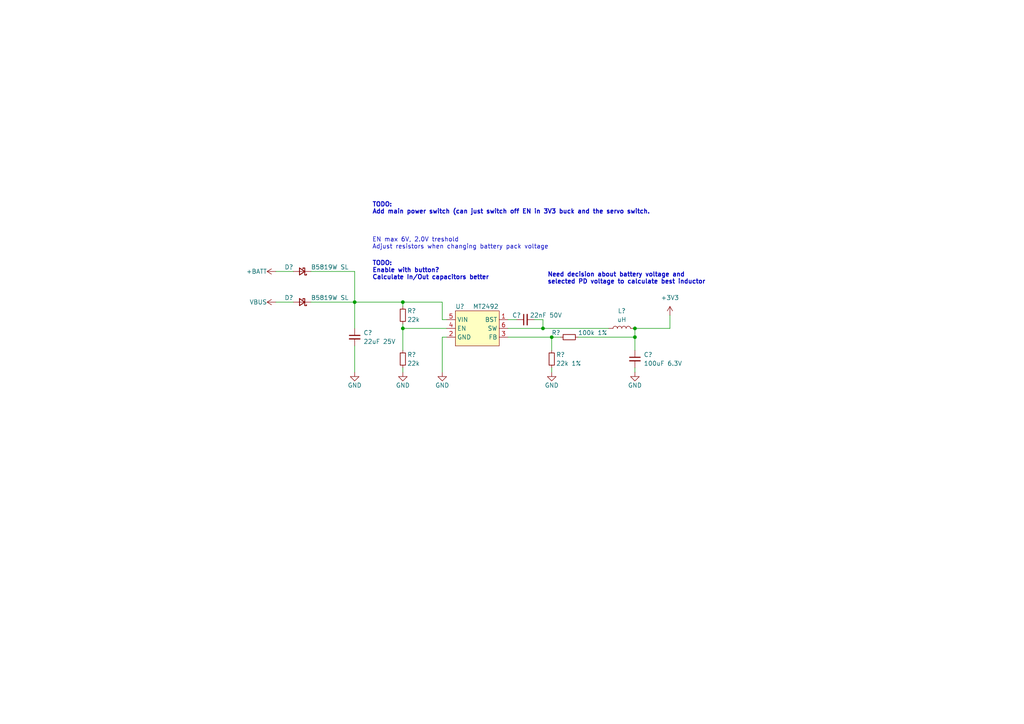
<source format=kicad_sch>
(kicad_sch (version 20211123) (generator eeschema)

  (uuid ba9e0d9b-8297-4111-b59d-8e8a680290ca)

  (paper "A4")

  (lib_symbols
    (symbol "Device:C_Small" (pin_numbers hide) (pin_names (offset 0.254) hide) (in_bom yes) (on_board yes)
      (property "Reference" "C" (id 0) (at 0.254 1.778 0)
        (effects (font (size 1.27 1.27)) (justify left))
      )
      (property "Value" "C_Small" (id 1) (at 0.254 -2.032 0)
        (effects (font (size 1.27 1.27)) (justify left))
      )
      (property "Footprint" "" (id 2) (at 0 0 0)
        (effects (font (size 1.27 1.27)) hide)
      )
      (property "Datasheet" "~" (id 3) (at 0 0 0)
        (effects (font (size 1.27 1.27)) hide)
      )
      (property "ki_keywords" "capacitor cap" (id 4) (at 0 0 0)
        (effects (font (size 1.27 1.27)) hide)
      )
      (property "ki_description" "Unpolarized capacitor, small symbol" (id 5) (at 0 0 0)
        (effects (font (size 1.27 1.27)) hide)
      )
      (property "ki_fp_filters" "C_*" (id 6) (at 0 0 0)
        (effects (font (size 1.27 1.27)) hide)
      )
      (symbol "C_Small_0_1"
        (polyline
          (pts
            (xy -1.524 -0.508)
            (xy 1.524 -0.508)
          )
          (stroke (width 0.3302) (type default) (color 0 0 0 0))
          (fill (type none))
        )
        (polyline
          (pts
            (xy -1.524 0.508)
            (xy 1.524 0.508)
          )
          (stroke (width 0.3048) (type default) (color 0 0 0 0))
          (fill (type none))
        )
      )
      (symbol "C_Small_1_1"
        (pin passive line (at 0 2.54 270) (length 2.032)
          (name "~" (effects (font (size 1.27 1.27))))
          (number "1" (effects (font (size 1.27 1.27))))
        )
        (pin passive line (at 0 -2.54 90) (length 2.032)
          (name "~" (effects (font (size 1.27 1.27))))
          (number "2" (effects (font (size 1.27 1.27))))
        )
      )
    )
    (symbol "Device:D_Schottky_Small" (pin_numbers hide) (pin_names (offset 0.254) hide) (in_bom yes) (on_board yes)
      (property "Reference" "D" (id 0) (at -1.27 2.032 0)
        (effects (font (size 1.27 1.27)) (justify left))
      )
      (property "Value" "D_Schottky_Small" (id 1) (at -7.112 -2.032 0)
        (effects (font (size 1.27 1.27)) (justify left))
      )
      (property "Footprint" "" (id 2) (at 0 0 90)
        (effects (font (size 1.27 1.27)) hide)
      )
      (property "Datasheet" "~" (id 3) (at 0 0 90)
        (effects (font (size 1.27 1.27)) hide)
      )
      (property "ki_keywords" "diode Schottky" (id 4) (at 0 0 0)
        (effects (font (size 1.27 1.27)) hide)
      )
      (property "ki_description" "Schottky diode, small symbol" (id 5) (at 0 0 0)
        (effects (font (size 1.27 1.27)) hide)
      )
      (property "ki_fp_filters" "TO-???* *_Diode_* *SingleDiode* D_*" (id 6) (at 0 0 0)
        (effects (font (size 1.27 1.27)) hide)
      )
      (symbol "D_Schottky_Small_0_1"
        (polyline
          (pts
            (xy -0.762 0)
            (xy 0.762 0)
          )
          (stroke (width 0) (type default) (color 0 0 0 0))
          (fill (type none))
        )
        (polyline
          (pts
            (xy 0.762 -1.016)
            (xy -0.762 0)
            (xy 0.762 1.016)
            (xy 0.762 -1.016)
          )
          (stroke (width 0.254) (type default) (color 0 0 0 0))
          (fill (type none))
        )
        (polyline
          (pts
            (xy -1.27 0.762)
            (xy -1.27 1.016)
            (xy -0.762 1.016)
            (xy -0.762 -1.016)
            (xy -0.254 -1.016)
            (xy -0.254 -0.762)
          )
          (stroke (width 0.254) (type default) (color 0 0 0 0))
          (fill (type none))
        )
      )
      (symbol "D_Schottky_Small_1_1"
        (pin passive line (at -2.54 0 0) (length 1.778)
          (name "K" (effects (font (size 1.27 1.27))))
          (number "1" (effects (font (size 1.27 1.27))))
        )
        (pin passive line (at 2.54 0 180) (length 1.778)
          (name "A" (effects (font (size 1.27 1.27))))
          (number "2" (effects (font (size 1.27 1.27))))
        )
      )
    )
    (symbol "Device:L" (pin_numbers hide) (pin_names (offset 1.016) hide) (in_bom yes) (on_board yes)
      (property "Reference" "L" (id 0) (at -1.27 0 90)
        (effects (font (size 1.27 1.27)))
      )
      (property "Value" "L" (id 1) (at 1.905 0 90)
        (effects (font (size 1.27 1.27)))
      )
      (property "Footprint" "" (id 2) (at 0 0 0)
        (effects (font (size 1.27 1.27)) hide)
      )
      (property "Datasheet" "~" (id 3) (at 0 0 0)
        (effects (font (size 1.27 1.27)) hide)
      )
      (property "ki_keywords" "inductor choke coil reactor magnetic" (id 4) (at 0 0 0)
        (effects (font (size 1.27 1.27)) hide)
      )
      (property "ki_description" "Inductor" (id 5) (at 0 0 0)
        (effects (font (size 1.27 1.27)) hide)
      )
      (property "ki_fp_filters" "Choke_* *Coil* Inductor_* L_*" (id 6) (at 0 0 0)
        (effects (font (size 1.27 1.27)) hide)
      )
      (symbol "L_0_1"
        (arc (start 0 -2.54) (mid 0.635 -1.905) (end 0 -1.27)
          (stroke (width 0) (type default) (color 0 0 0 0))
          (fill (type none))
        )
        (arc (start 0 -1.27) (mid 0.635 -0.635) (end 0 0)
          (stroke (width 0) (type default) (color 0 0 0 0))
          (fill (type none))
        )
        (arc (start 0 0) (mid 0.635 0.635) (end 0 1.27)
          (stroke (width 0) (type default) (color 0 0 0 0))
          (fill (type none))
        )
        (arc (start 0 1.27) (mid 0.635 1.905) (end 0 2.54)
          (stroke (width 0) (type default) (color 0 0 0 0))
          (fill (type none))
        )
      )
      (symbol "L_1_1"
        (pin passive line (at 0 3.81 270) (length 1.27)
          (name "1" (effects (font (size 1.27 1.27))))
          (number "1" (effects (font (size 1.27 1.27))))
        )
        (pin passive line (at 0 -3.81 90) (length 1.27)
          (name "2" (effects (font (size 1.27 1.27))))
          (number "2" (effects (font (size 1.27 1.27))))
        )
      )
    )
    (symbol "Device:R_Small" (pin_numbers hide) (pin_names (offset 0.254) hide) (in_bom yes) (on_board yes)
      (property "Reference" "R" (id 0) (at 0.762 0.508 0)
        (effects (font (size 1.27 1.27)) (justify left))
      )
      (property "Value" "R_Small" (id 1) (at 0.762 -1.016 0)
        (effects (font (size 1.27 1.27)) (justify left))
      )
      (property "Footprint" "" (id 2) (at 0 0 0)
        (effects (font (size 1.27 1.27)) hide)
      )
      (property "Datasheet" "~" (id 3) (at 0 0 0)
        (effects (font (size 1.27 1.27)) hide)
      )
      (property "ki_keywords" "R resistor" (id 4) (at 0 0 0)
        (effects (font (size 1.27 1.27)) hide)
      )
      (property "ki_description" "Resistor, small symbol" (id 5) (at 0 0 0)
        (effects (font (size 1.27 1.27)) hide)
      )
      (property "ki_fp_filters" "R_*" (id 6) (at 0 0 0)
        (effects (font (size 1.27 1.27)) hide)
      )
      (symbol "R_Small_0_1"
        (rectangle (start -0.762 1.778) (end 0.762 -1.778)
          (stroke (width 0.2032) (type default) (color 0 0 0 0))
          (fill (type none))
        )
      )
      (symbol "R_Small_1_1"
        (pin passive line (at 0 2.54 270) (length 0.762)
          (name "~" (effects (font (size 1.27 1.27))))
          (number "1" (effects (font (size 1.27 1.27))))
        )
        (pin passive line (at 0 -2.54 90) (length 0.762)
          (name "~" (effects (font (size 1.27 1.27))))
          (number "2" (effects (font (size 1.27 1.27))))
        )
      )
    )
    (symbol "MaxTailsLibrary:MT2492" (in_bom yes) (on_board yes)
      (property "Reference" "U" (id 0) (at -6.35 7.62 0)
        (effects (font (size 1.27 1.27)) (justify left))
      )
      (property "Value" "MT2492" (id 1) (at -1.27 7.62 0)
        (effects (font (size 1.27 1.27)) (justify left))
      )
      (property "Footprint" "Package_TO_SOT_SMD:SOT-23-6" (id 2) (at 0 0 0)
        (effects (font (size 1.27 1.27)) hide)
      )
      (property "Datasheet" "https://datasheet.lcsc.com/lcsc/1810262207_XI-AN-Aerosemi-Tech-MT2492_C89358.pdf" (id 3) (at 0 0 0)
        (effects (font (size 1.27 1.27)) hide)
      )
      (property "LCSC" "C89358" (id 4) (at 0 0 0)
        (effects (font (size 1.27 1.27)) hide)
      )
      (property "ki_keywords" "Synchronous Step-Down DCDC DC/DC 2A 16V 600KHz Converter Buck" (id 5) (at 0 0 0)
        (effects (font (size 1.27 1.27)) hide)
      )
      (property "ki_description" "600KHz, 16V，2A Synchronous Step-Down Converter" (id 6) (at 0 0 0)
        (effects (font (size 1.27 1.27)) hide)
      )
      (symbol "MT2492_0_1"
        (rectangle (start -6.35 6.35) (end 6.35 -3.81)
          (stroke (width 0.1524) (type default) (color 0 0 0 0))
          (fill (type background))
        )
      )
      (symbol "MT2492_1_1"
        (pin passive line (at 8.89 3.81 180) (length 2.54)
          (name "BST" (effects (font (size 1.27 1.27))))
          (number "1" (effects (font (size 1.27 1.27))))
        )
        (pin power_in line (at -8.89 -1.27 0) (length 2.54)
          (name "GND" (effects (font (size 1.27 1.27))))
          (number "2" (effects (font (size 1.27 1.27))))
        )
        (pin input line (at 8.89 -1.27 180) (length 2.54)
          (name "FB" (effects (font (size 1.27 1.27))))
          (number "3" (effects (font (size 1.27 1.27))))
        )
        (pin input line (at -8.89 1.27 0) (length 2.54)
          (name "EN" (effects (font (size 1.27 1.27))))
          (number "4" (effects (font (size 1.27 1.27))))
        )
        (pin power_in line (at -8.89 3.81 0) (length 2.54)
          (name "VIN" (effects (font (size 1.27 1.27))))
          (number "5" (effects (font (size 1.27 1.27))))
        )
        (pin power_out line (at 8.89 1.27 180) (length 2.54)
          (name "SW" (effects (font (size 1.27 1.27))))
          (number "6" (effects (font (size 1.27 1.27))))
        )
      )
    )
    (symbol "power:+3V3" (power) (pin_names (offset 0)) (in_bom yes) (on_board yes)
      (property "Reference" "#PWR" (id 0) (at 0 -3.81 0)
        (effects (font (size 1.27 1.27)) hide)
      )
      (property "Value" "+3V3" (id 1) (at 0 3.556 0)
        (effects (font (size 1.27 1.27)))
      )
      (property "Footprint" "" (id 2) (at 0 0 0)
        (effects (font (size 1.27 1.27)) hide)
      )
      (property "Datasheet" "" (id 3) (at 0 0 0)
        (effects (font (size 1.27 1.27)) hide)
      )
      (property "ki_keywords" "power-flag" (id 4) (at 0 0 0)
        (effects (font (size 1.27 1.27)) hide)
      )
      (property "ki_description" "Power symbol creates a global label with name \"+3V3\"" (id 5) (at 0 0 0)
        (effects (font (size 1.27 1.27)) hide)
      )
      (symbol "+3V3_0_1"
        (polyline
          (pts
            (xy -0.762 1.27)
            (xy 0 2.54)
          )
          (stroke (width 0) (type default) (color 0 0 0 0))
          (fill (type none))
        )
        (polyline
          (pts
            (xy 0 0)
            (xy 0 2.54)
          )
          (stroke (width 0) (type default) (color 0 0 0 0))
          (fill (type none))
        )
        (polyline
          (pts
            (xy 0 2.54)
            (xy 0.762 1.27)
          )
          (stroke (width 0) (type default) (color 0 0 0 0))
          (fill (type none))
        )
      )
      (symbol "+3V3_1_1"
        (pin power_in line (at 0 0 90) (length 0) hide
          (name "+3V3" (effects (font (size 1.27 1.27))))
          (number "1" (effects (font (size 1.27 1.27))))
        )
      )
    )
    (symbol "power:+BATT" (power) (pin_names (offset 0)) (in_bom yes) (on_board yes)
      (property "Reference" "#PWR" (id 0) (at 0 -3.81 0)
        (effects (font (size 1.27 1.27)) hide)
      )
      (property "Value" "+BATT" (id 1) (at 0 3.556 0)
        (effects (font (size 1.27 1.27)))
      )
      (property "Footprint" "" (id 2) (at 0 0 0)
        (effects (font (size 1.27 1.27)) hide)
      )
      (property "Datasheet" "" (id 3) (at 0 0 0)
        (effects (font (size 1.27 1.27)) hide)
      )
      (property "ki_keywords" "power-flag battery" (id 4) (at 0 0 0)
        (effects (font (size 1.27 1.27)) hide)
      )
      (property "ki_description" "Power symbol creates a global label with name \"+BATT\"" (id 5) (at 0 0 0)
        (effects (font (size 1.27 1.27)) hide)
      )
      (symbol "+BATT_0_1"
        (polyline
          (pts
            (xy -0.762 1.27)
            (xy 0 2.54)
          )
          (stroke (width 0) (type default) (color 0 0 0 0))
          (fill (type none))
        )
        (polyline
          (pts
            (xy 0 0)
            (xy 0 2.54)
          )
          (stroke (width 0) (type default) (color 0 0 0 0))
          (fill (type none))
        )
        (polyline
          (pts
            (xy 0 2.54)
            (xy 0.762 1.27)
          )
          (stroke (width 0) (type default) (color 0 0 0 0))
          (fill (type none))
        )
      )
      (symbol "+BATT_1_1"
        (pin power_in line (at 0 0 90) (length 0) hide
          (name "+BATT" (effects (font (size 1.27 1.27))))
          (number "1" (effects (font (size 1.27 1.27))))
        )
      )
    )
    (symbol "power:GND" (power) (pin_names (offset 0)) (in_bom yes) (on_board yes)
      (property "Reference" "#PWR" (id 0) (at 0 -6.35 0)
        (effects (font (size 1.27 1.27)) hide)
      )
      (property "Value" "GND" (id 1) (at 0 -3.81 0)
        (effects (font (size 1.27 1.27)))
      )
      (property "Footprint" "" (id 2) (at 0 0 0)
        (effects (font (size 1.27 1.27)) hide)
      )
      (property "Datasheet" "" (id 3) (at 0 0 0)
        (effects (font (size 1.27 1.27)) hide)
      )
      (property "ki_keywords" "power-flag" (id 4) (at 0 0 0)
        (effects (font (size 1.27 1.27)) hide)
      )
      (property "ki_description" "Power symbol creates a global label with name \"GND\" , ground" (id 5) (at 0 0 0)
        (effects (font (size 1.27 1.27)) hide)
      )
      (symbol "GND_0_1"
        (polyline
          (pts
            (xy 0 0)
            (xy 0 -1.27)
            (xy 1.27 -1.27)
            (xy 0 -2.54)
            (xy -1.27 -1.27)
            (xy 0 -1.27)
          )
          (stroke (width 0) (type default) (color 0 0 0 0))
          (fill (type none))
        )
      )
      (symbol "GND_1_1"
        (pin power_in line (at 0 0 270) (length 0) hide
          (name "GND" (effects (font (size 1.27 1.27))))
          (number "1" (effects (font (size 1.27 1.27))))
        )
      )
    )
    (symbol "power:VBUS" (power) (pin_names (offset 0)) (in_bom yes) (on_board yes)
      (property "Reference" "#PWR" (id 0) (at 0 -3.81 0)
        (effects (font (size 1.27 1.27)) hide)
      )
      (property "Value" "VBUS" (id 1) (at 0 3.81 0)
        (effects (font (size 1.27 1.27)))
      )
      (property "Footprint" "" (id 2) (at 0 0 0)
        (effects (font (size 1.27 1.27)) hide)
      )
      (property "Datasheet" "" (id 3) (at 0 0 0)
        (effects (font (size 1.27 1.27)) hide)
      )
      (property "ki_keywords" "power-flag" (id 4) (at 0 0 0)
        (effects (font (size 1.27 1.27)) hide)
      )
      (property "ki_description" "Power symbol creates a global label with name \"VBUS\"" (id 5) (at 0 0 0)
        (effects (font (size 1.27 1.27)) hide)
      )
      (symbol "VBUS_0_1"
        (polyline
          (pts
            (xy -0.762 1.27)
            (xy 0 2.54)
          )
          (stroke (width 0) (type default) (color 0 0 0 0))
          (fill (type none))
        )
        (polyline
          (pts
            (xy 0 0)
            (xy 0 2.54)
          )
          (stroke (width 0) (type default) (color 0 0 0 0))
          (fill (type none))
        )
        (polyline
          (pts
            (xy 0 2.54)
            (xy 0.762 1.27)
          )
          (stroke (width 0) (type default) (color 0 0 0 0))
          (fill (type none))
        )
      )
      (symbol "VBUS_1_1"
        (pin power_in line (at 0 0 90) (length 0) hide
          (name "VBUS" (effects (font (size 1.27 1.27))))
          (number "1" (effects (font (size 1.27 1.27))))
        )
      )
    )
  )

  (junction (at 116.84 95.25) (diameter 0) (color 0 0 0 0)
    (uuid 064344b8-ea8b-4a3f-b44a-00edc67e6437)
  )
  (junction (at 116.84 87.63) (diameter 0) (color 0 0 0 0)
    (uuid 222e311c-30c5-4776-8d9e-d0cc5e29e3ab)
  )
  (junction (at 160.02 97.79) (diameter 0) (color 0 0 0 0)
    (uuid 37e22467-9618-49f7-b600-e9ff280dd419)
  )
  (junction (at 184.15 97.79) (diameter 0) (color 0 0 0 0)
    (uuid 49e04318-78fd-40f1-89c2-021cc42ea6cf)
  )
  (junction (at 184.15 95.25) (diameter 0) (color 0 0 0 0)
    (uuid b410e0c0-dafb-499f-bdd8-a926ada7c965)
  )
  (junction (at 157.48 95.25) (diameter 0) (color 0 0 0 0)
    (uuid b9342a98-aec7-466a-8173-66033f154913)
  )
  (junction (at 102.87 87.63) (diameter 0) (color 0 0 0 0)
    (uuid d71c350d-85b1-47ad-8fae-6213da90d5bf)
  )

  (wire (pts (xy 157.48 92.71) (xy 157.48 95.25))
    (stroke (width 0) (type default) (color 0 0 0 0))
    (uuid 04e98d9a-497b-4ae9-b38e-ab317b90f079)
  )
  (wire (pts (xy 116.84 95.25) (xy 116.84 101.6))
    (stroke (width 0) (type default) (color 0 0 0 0))
    (uuid 128562df-8950-4ba6-ba52-574a5c126539)
  )
  (wire (pts (xy 160.02 97.79) (xy 162.56 97.79))
    (stroke (width 0) (type default) (color 0 0 0 0))
    (uuid 18d776cc-d4a9-41dd-9529-57fb3f9e7f1c)
  )
  (wire (pts (xy 90.17 87.63) (xy 102.87 87.63))
    (stroke (width 0) (type default) (color 0 0 0 0))
    (uuid 1a9c8116-13b8-43f6-8cde-a8eba1ff1fab)
  )
  (wire (pts (xy 80.01 78.74) (xy 85.09 78.74))
    (stroke (width 0) (type default) (color 0 0 0 0))
    (uuid 1be3384f-b83f-4eef-be13-f8f8523823de)
  )
  (wire (pts (xy 184.15 106.68) (xy 184.15 107.95))
    (stroke (width 0) (type default) (color 0 0 0 0))
    (uuid 260261f9-13ad-4e71-9e4e-aef00f740364)
  )
  (wire (pts (xy 116.84 87.63) (xy 116.84 88.9))
    (stroke (width 0) (type default) (color 0 0 0 0))
    (uuid 34113a51-6b89-4fff-9e87-fab649885e39)
  )
  (wire (pts (xy 167.64 97.79) (xy 184.15 97.79))
    (stroke (width 0) (type default) (color 0 0 0 0))
    (uuid 3d1889a4-fd2c-4bdc-bcd7-319420cc6574)
  )
  (wire (pts (xy 102.87 78.74) (xy 102.87 87.63))
    (stroke (width 0) (type default) (color 0 0 0 0))
    (uuid 3d3019cf-9e34-4165-8359-93b6b9278218)
  )
  (wire (pts (xy 116.84 106.68) (xy 116.84 107.95))
    (stroke (width 0) (type default) (color 0 0 0 0))
    (uuid 3fdc93fe-a4a9-4580-9e19-08771b6699f1)
  )
  (wire (pts (xy 116.84 87.63) (xy 128.27 87.63))
    (stroke (width 0) (type default) (color 0 0 0 0))
    (uuid 4b66eae6-6b77-4232-ac1a-5b94ec0c899f)
  )
  (wire (pts (xy 160.02 97.79) (xy 160.02 101.6))
    (stroke (width 0) (type default) (color 0 0 0 0))
    (uuid 4b939c3d-f7de-4004-bd62-b3e12b18c8b8)
  )
  (wire (pts (xy 116.84 95.25) (xy 129.54 95.25))
    (stroke (width 0) (type default) (color 0 0 0 0))
    (uuid 6275fefd-b025-45f5-b61f-77d2c1208353)
  )
  (wire (pts (xy 147.32 95.25) (xy 157.48 95.25))
    (stroke (width 0) (type default) (color 0 0 0 0))
    (uuid 6c397e69-7e1f-4e80-ab0a-29a68ea28c83)
  )
  (wire (pts (xy 128.27 97.79) (xy 129.54 97.79))
    (stroke (width 0) (type default) (color 0 0 0 0))
    (uuid 6cb6d7f3-8890-4373-8882-f7d022db2c1c)
  )
  (wire (pts (xy 116.84 93.98) (xy 116.84 95.25))
    (stroke (width 0) (type default) (color 0 0 0 0))
    (uuid 719fabcb-e461-4378-aec6-e50f0808ffff)
  )
  (wire (pts (xy 147.32 97.79) (xy 160.02 97.79))
    (stroke (width 0) (type default) (color 0 0 0 0))
    (uuid 763988b0-09cd-4402-9643-165c91e3860e)
  )
  (wire (pts (xy 154.94 92.71) (xy 157.48 92.71))
    (stroke (width 0) (type default) (color 0 0 0 0))
    (uuid 8073ac38-7a8d-47fc-a39c-a4fc4493e023)
  )
  (wire (pts (xy 90.17 78.74) (xy 102.87 78.74))
    (stroke (width 0) (type default) (color 0 0 0 0))
    (uuid 851f7870-347e-4f99-88d9-f4c8515b8fb8)
  )
  (wire (pts (xy 184.15 97.79) (xy 184.15 101.6))
    (stroke (width 0) (type default) (color 0 0 0 0))
    (uuid 8c9622fa-0668-408d-ba83-bb0d37383bc6)
  )
  (wire (pts (xy 160.02 106.68) (xy 160.02 107.95))
    (stroke (width 0) (type default) (color 0 0 0 0))
    (uuid 8e238df9-0ea2-451f-80ac-a75cdf5a8126)
  )
  (wire (pts (xy 147.32 92.71) (xy 149.86 92.71))
    (stroke (width 0) (type default) (color 0 0 0 0))
    (uuid 8ffe726c-1afc-403a-8b30-a880999b7930)
  )
  (wire (pts (xy 194.31 91.44) (xy 194.31 95.25))
    (stroke (width 0) (type default) (color 0 0 0 0))
    (uuid 9ac541e1-a7c4-4a31-a070-d8e036b1e07f)
  )
  (wire (pts (xy 80.01 87.63) (xy 85.09 87.63))
    (stroke (width 0) (type default) (color 0 0 0 0))
    (uuid 9df7e6e7-7626-42a3-afe8-ca495ee57c25)
  )
  (wire (pts (xy 102.87 87.63) (xy 116.84 87.63))
    (stroke (width 0) (type default) (color 0 0 0 0))
    (uuid a631f32b-9e04-4017-9acd-45a491e6aacb)
  )
  (wire (pts (xy 157.48 95.25) (xy 176.53 95.25))
    (stroke (width 0) (type default) (color 0 0 0 0))
    (uuid aecbea4a-01f5-412a-a760-5b08ea0a24ff)
  )
  (wire (pts (xy 128.27 92.71) (xy 128.27 87.63))
    (stroke (width 0) (type default) (color 0 0 0 0))
    (uuid b4a5f495-caa6-4e6c-b2cb-5f8451173f19)
  )
  (wire (pts (xy 184.15 95.25) (xy 194.31 95.25))
    (stroke (width 0) (type default) (color 0 0 0 0))
    (uuid baa19339-90f3-4bbd-a1c6-d5d612235b81)
  )
  (wire (pts (xy 102.87 87.63) (xy 102.87 95.25))
    (stroke (width 0) (type default) (color 0 0 0 0))
    (uuid c53f32da-5f0b-4a2f-9c1c-2dc081cc4608)
  )
  (wire (pts (xy 102.87 100.33) (xy 102.87 107.95))
    (stroke (width 0) (type default) (color 0 0 0 0))
    (uuid e232a3d4-8d34-4998-9d36-6493e227e525)
  )
  (wire (pts (xy 128.27 97.79) (xy 128.27 107.95))
    (stroke (width 0) (type default) (color 0 0 0 0))
    (uuid e273dadf-cb39-4d96-8808-72174b637b87)
  )
  (wire (pts (xy 128.27 92.71) (xy 129.54 92.71))
    (stroke (width 0) (type default) (color 0 0 0 0))
    (uuid eeb4ec8b-ed5b-4190-ba99-38ef22b25b39)
  )
  (wire (pts (xy 184.15 97.79) (xy 184.15 95.25))
    (stroke (width 0) (type default) (color 0 0 0 0))
    (uuid f2fe356e-f677-4955-b918-f463851ae677)
  )

  (text "TODO:\nEnable with button?\nCalculate In/Out capacitors better"
    (at 107.95 81.28 0)
    (effects (font (size 1.27 1.27) (thickness 0.254) bold) (justify left bottom))
    (uuid 0b60037e-753f-481f-b01f-3147d2eadba8)
  )
  (text "EN max 6V, 2.0V treshold\nAdjust resistors when changing battery pack voltage"
    (at 107.95 72.39 0)
    (effects (font (size 1.27 1.27)) (justify left bottom))
    (uuid 91a3224e-3bfe-48d9-b488-e508e6b83487)
  )
  (text "TODO:\nAdd main power switch (can just switch off EN in 3V3 buck and the servo switch."
    (at 107.95 62.23 0)
    (effects (font (size 1.27 1.27) (thickness 0.254) bold) (justify left bottom))
    (uuid a0ad0b03-0e3d-410b-8611-9f5354b0c2e1)
  )
  (text "Need decision about battery voltage and\nselected PD voltage to calculate best inductor"
    (at 158.75 82.55 0)
    (effects (font (size 1.27 1.27) (thickness 0.254) bold) (justify left bottom))
    (uuid e5dd550d-09fe-4b0d-8958-f466c19eb79c)
  )

  (symbol (lib_id "power:GND") (at 128.27 107.95 0) (unit 1)
    (in_bom yes) (on_board yes)
    (uuid 030b4b86-2ec0-4ed5-b867-12587c41d7ab)
    (property "Reference" "#PWR?" (id 0) (at 128.27 114.3 0)
      (effects (font (size 1.27 1.27)) hide)
    )
    (property "Value" "GND" (id 1) (at 128.27 111.76 0))
    (property "Footprint" "" (id 2) (at 128.27 107.95 0)
      (effects (font (size 1.27 1.27)) hide)
    )
    (property "Datasheet" "" (id 3) (at 128.27 107.95 0)
      (effects (font (size 1.27 1.27)) hide)
    )
    (pin "1" (uuid 4a861371-2345-4351-a6bc-38e89e5fec0e))
  )

  (symbol (lib_id "Device:R_Small") (at 116.84 91.44 0) (unit 1)
    (in_bom yes) (on_board yes)
    (uuid 1c10c77e-3b1a-49ed-a64c-e19d2b1c4194)
    (property "Reference" "R?" (id 0) (at 118.11 90.17 0)
      (effects (font (size 1.27 1.27)) (justify left))
    )
    (property "Value" "22k" (id 1) (at 118.11 92.71 0)
      (effects (font (size 1.27 1.27)) (justify left))
    )
    (property "Footprint" "Resistor_SMD:R_0402_1005Metric" (id 2) (at 116.84 91.44 0)
      (effects (font (size 1.27 1.27)) hide)
    )
    (property "Datasheet" "~" (id 3) (at 116.84 91.44 0)
      (effects (font (size 1.27 1.27)) hide)
    )
    (property "LCSC" "C25768" (id 4) (at 116.84 91.44 0)
      (effects (font (size 1.27 1.27)) hide)
    )
    (pin "1" (uuid 3036174f-c1c4-438f-8bac-7618655b4fe8))
    (pin "2" (uuid 14e8ef4d-f8e6-4b5c-8012-e032d5f7ed9b))
  )

  (symbol (lib_id "Device:C_Small") (at 102.87 97.79 0) (unit 1)
    (in_bom yes) (on_board yes) (fields_autoplaced)
    (uuid 213fbae2-78ce-490b-b80a-9b8e6d9efbcf)
    (property "Reference" "C?" (id 0) (at 105.41 96.5262 0)
      (effects (font (size 1.27 1.27)) (justify left))
    )
    (property "Value" "22uF 25V" (id 1) (at 105.41 99.0662 0)
      (effects (font (size 1.27 1.27)) (justify left))
    )
    (property "Footprint" "Capacitor_SMD:C_1206_3216Metric" (id 2) (at 102.87 97.79 0)
      (effects (font (size 1.27 1.27)) hide)
    )
    (property "Datasheet" "~" (id 3) (at 102.87 97.79 0)
      (effects (font (size 1.27 1.27)) hide)
    )
    (property "LCSC" "C12891" (id 4) (at 102.87 97.79 0)
      (effects (font (size 1.27 1.27)) hide)
    )
    (pin "1" (uuid 0b718d4d-ea32-46ba-b85c-b2e39e104292))
    (pin "2" (uuid 01f74465-c162-4d02-b025-dfb0a4281d01))
  )

  (symbol (lib_id "power:GND") (at 184.15 107.95 0) (unit 1)
    (in_bom yes) (on_board yes)
    (uuid 262abbcf-0c12-44b2-b536-46748823db92)
    (property "Reference" "#PWR?" (id 0) (at 184.15 114.3 0)
      (effects (font (size 1.27 1.27)) hide)
    )
    (property "Value" "GND" (id 1) (at 184.15 111.76 0))
    (property "Footprint" "" (id 2) (at 184.15 107.95 0)
      (effects (font (size 1.27 1.27)) hide)
    )
    (property "Datasheet" "" (id 3) (at 184.15 107.95 0)
      (effects (font (size 1.27 1.27)) hide)
    )
    (pin "1" (uuid 304be48f-2bbe-4520-8a88-dbe5f817d5d3))
  )

  (symbol (lib_id "power:+3V3") (at 194.31 91.44 0) (unit 1)
    (in_bom yes) (on_board yes) (fields_autoplaced)
    (uuid 2a7ee4c0-6694-446d-a3bc-d7cf7254c8ba)
    (property "Reference" "#PWR?" (id 0) (at 194.31 95.25 0)
      (effects (font (size 1.27 1.27)) hide)
    )
    (property "Value" "+3V3" (id 1) (at 194.31 86.36 0))
    (property "Footprint" "" (id 2) (at 194.31 91.44 0)
      (effects (font (size 1.27 1.27)) hide)
    )
    (property "Datasheet" "" (id 3) (at 194.31 91.44 0)
      (effects (font (size 1.27 1.27)) hide)
    )
    (pin "1" (uuid 669cca7d-37f3-4e4a-a708-fc236cc50975))
  )

  (symbol (lib_id "power:VBUS") (at 80.01 87.63 90) (unit 1)
    (in_bom yes) (on_board yes)
    (uuid 33b3590e-028f-45d8-8988-0d98d9254789)
    (property "Reference" "#PWR?" (id 0) (at 83.82 87.63 0)
      (effects (font (size 1.27 1.27)) hide)
    )
    (property "Value" "VBUS" (id 1) (at 77.47 87.63 90)
      (effects (font (size 1.27 1.27)) (justify left))
    )
    (property "Footprint" "" (id 2) (at 80.01 87.63 0)
      (effects (font (size 1.27 1.27)) hide)
    )
    (property "Datasheet" "" (id 3) (at 80.01 87.63 0)
      (effects (font (size 1.27 1.27)) hide)
    )
    (pin "1" (uuid 2be747dc-ac46-496a-9ee0-f11563f859a8))
  )

  (symbol (lib_id "power:GND") (at 116.84 107.95 0) (unit 1)
    (in_bom yes) (on_board yes)
    (uuid 472fa645-38e1-40b8-ba9f-1b1d80198387)
    (property "Reference" "#PWR?" (id 0) (at 116.84 114.3 0)
      (effects (font (size 1.27 1.27)) hide)
    )
    (property "Value" "GND" (id 1) (at 116.84 111.76 0))
    (property "Footprint" "" (id 2) (at 116.84 107.95 0)
      (effects (font (size 1.27 1.27)) hide)
    )
    (property "Datasheet" "" (id 3) (at 116.84 107.95 0)
      (effects (font (size 1.27 1.27)) hide)
    )
    (pin "1" (uuid 45923209-6462-4cb1-979a-c8a35dd586ed))
  )

  (symbol (lib_id "MaxTailsLibrary:MT2492") (at 138.43 96.52 0) (unit 1)
    (in_bom yes) (on_board yes)
    (uuid 58f3f6f9-4b5d-44f2-a279-647be81eb165)
    (property "Reference" "U?" (id 0) (at 132.08 88.9 0)
      (effects (font (size 1.27 1.27)) (justify left))
    )
    (property "Value" "MT2492" (id 1) (at 137.16 88.9 0)
      (effects (font (size 1.27 1.27)) (justify left))
    )
    (property "Footprint" "Package_TO_SOT_SMD:SOT-23-6" (id 2) (at 138.43 96.52 0)
      (effects (font (size 1.27 1.27)) hide)
    )
    (property "Datasheet" "https://datasheet.lcsc.com/lcsc/1810262207_XI-AN-Aerosemi-Tech-MT2492_C89358.pdf" (id 3) (at 138.43 96.52 0)
      (effects (font (size 1.27 1.27)) hide)
    )
    (property "LCSC" "C89358" (id 4) (at 138.43 96.52 0)
      (effects (font (size 1.27 1.27)) hide)
    )
    (pin "1" (uuid 725c308a-7e54-4e27-a08f-93f855c29ca2))
    (pin "2" (uuid 3f3e6c74-3aee-4bde-9d2a-c2b28491a495))
    (pin "3" (uuid efbb1c7b-57a9-455f-8b7f-dbd1630e5e3e))
    (pin "4" (uuid 09e76433-07cc-47b4-a856-3a298e23ff6f))
    (pin "5" (uuid b0a7174c-3d4b-412a-a563-2d09dd5e9ba3))
    (pin "6" (uuid 2516d11c-6ba5-42c6-9c68-7e14b2e51c5a))
  )

  (symbol (lib_id "Device:D_Schottky_Small") (at 87.63 78.74 180) (unit 1)
    (in_bom yes) (on_board yes)
    (uuid 61cf7e3a-0779-462a-b8c5-12e5cc79e8f2)
    (property "Reference" "D?" (id 0) (at 85.09 77.47 0)
      (effects (font (size 1.27 1.27)) (justify left))
    )
    (property "Value" "B5819W SL" (id 1) (at 90.17 77.47 0)
      (effects (font (size 1.27 1.27)) (justify right))
    )
    (property "Footprint" "Diode_SMD:D_SOD-123" (id 2) (at 87.63 78.74 90)
      (effects (font (size 1.27 1.27)) hide)
    )
    (property "Datasheet" "https://datasheet.lcsc.com/lcsc/1809140216_Jiangsu-Changjing-Electronics-Technology-Co---Ltd--B5819W-SL_C8598.pdf" (id 3) (at 87.63 78.74 90)
      (effects (font (size 1.27 1.27)) hide)
    )
    (property "LCSC" "C8598" (id 4) (at 87.63 78.74 0)
      (effects (font (size 1.27 1.27)) hide)
    )
    (pin "1" (uuid 9e0116a1-4961-47e8-8357-29f205164848))
    (pin "2" (uuid 9bdc51ec-f996-435a-b508-94be1f874b66))
  )

  (symbol (lib_id "Device:L") (at 180.34 95.25 90) (unit 1)
    (in_bom yes) (on_board yes)
    (uuid 64d92e2e-874f-40a9-af4d-f9fcce53017e)
    (property "Reference" "L?" (id 0) (at 180.34 90.17 90))
    (property "Value" "uH" (id 1) (at 180.34 92.71 90))
    (property "Footprint" "" (id 2) (at 180.34 95.25 0)
      (effects (font (size 1.27 1.27)) hide)
    )
    (property "Datasheet" "~" (id 3) (at 180.34 95.25 0)
      (effects (font (size 1.27 1.27)) hide)
    )
    (pin "1" (uuid 6a0fc9c0-ae99-4d2f-8073-020f5f616704))
    (pin "2" (uuid 0182dce7-65e2-465b-a746-2d2089069a49))
  )

  (symbol (lib_id "Device:C_Small") (at 152.4 92.71 90) (unit 1)
    (in_bom yes) (on_board yes)
    (uuid 94067996-ed01-44f0-a0c6-a10c28bf973a)
    (property "Reference" "C?" (id 0) (at 151.13 91.44 90)
      (effects (font (size 1.27 1.27)) (justify left))
    )
    (property "Value" "22nF 50V" (id 1) (at 153.67 91.44 90)
      (effects (font (size 1.27 1.27)) (justify right))
    )
    (property "Footprint" "Capacitor_SMD:C_0402_1005Metric" (id 2) (at 152.4 92.71 0)
      (effects (font (size 1.27 1.27)) hide)
    )
    (property "Datasheet" "~" (id 3) (at 152.4 92.71 0)
      (effects (font (size 1.27 1.27)) hide)
    )
    (property "LCSC" "C1532" (id 4) (at 152.4 92.71 90)
      (effects (font (size 1.27 1.27)) hide)
    )
    (pin "1" (uuid 1e3a5dab-ee13-47e4-bae6-7fe8bd818132))
    (pin "2" (uuid 1ac13617-50e0-43b3-880a-b5ab2b93abb8))
  )

  (symbol (lib_id "Device:R_Small") (at 165.1 97.79 90) (unit 1)
    (in_bom yes) (on_board yes)
    (uuid 9e50d09d-9b6c-4715-ae35-4fe42b2a5dea)
    (property "Reference" "R?" (id 0) (at 162.56 96.52 90)
      (effects (font (size 1.27 1.27)) (justify left))
    )
    (property "Value" "100k 1%" (id 1) (at 167.64 96.52 90)
      (effects (font (size 1.27 1.27)) (justify right))
    )
    (property "Footprint" "Resistor_SMD:R_0402_1005Metric" (id 2) (at 165.1 97.79 0)
      (effects (font (size 1.27 1.27)) hide)
    )
    (property "Datasheet" "~" (id 3) (at 165.1 97.79 0)
      (effects (font (size 1.27 1.27)) hide)
    )
    (property "LCSC" "C25741" (id 4) (at 165.1 97.79 90)
      (effects (font (size 1.27 1.27)) hide)
    )
    (pin "1" (uuid 500c2863-fe3e-4981-aa3d-aaf1dad46d3c))
    (pin "2" (uuid 643fdb61-2aac-491a-9e2d-bf7b4bbedf3b))
  )

  (symbol (lib_id "Device:C_Small") (at 184.15 104.14 0) (unit 1)
    (in_bom yes) (on_board yes) (fields_autoplaced)
    (uuid 9ec11cbd-c572-4709-aa77-3ddecb010e1a)
    (property "Reference" "C?" (id 0) (at 186.69 102.8762 0)
      (effects (font (size 1.27 1.27)) (justify left))
    )
    (property "Value" "100uF 6.3V" (id 1) (at 186.69 105.4162 0)
      (effects (font (size 1.27 1.27)) (justify left))
    )
    (property "Footprint" "Capacitor_SMD:C_1206_3216Metric" (id 2) (at 184.15 104.14 0)
      (effects (font (size 1.27 1.27)) hide)
    )
    (property "Datasheet" "~" (id 3) (at 184.15 104.14 0)
      (effects (font (size 1.27 1.27)) hide)
    )
    (property "LCSC" "C15008" (id 4) (at 184.15 104.14 0)
      (effects (font (size 1.27 1.27)) hide)
    )
    (pin "1" (uuid 36ccd384-e137-45e0-8978-db05c2235b6d))
    (pin "2" (uuid 60f81dde-9d7a-47c1-9b3b-cc299c19e5a1))
  )

  (symbol (lib_id "power:GND") (at 160.02 107.95 0) (unit 1)
    (in_bom yes) (on_board yes)
    (uuid a36d73f7-4a0b-46f0-9abb-e750833e466a)
    (property "Reference" "#PWR?" (id 0) (at 160.02 114.3 0)
      (effects (font (size 1.27 1.27)) hide)
    )
    (property "Value" "GND" (id 1) (at 160.02 111.76 0))
    (property "Footprint" "" (id 2) (at 160.02 107.95 0)
      (effects (font (size 1.27 1.27)) hide)
    )
    (property "Datasheet" "" (id 3) (at 160.02 107.95 0)
      (effects (font (size 1.27 1.27)) hide)
    )
    (pin "1" (uuid f316e640-9585-4e19-9195-fc93bd10a5f9))
  )

  (symbol (lib_id "Device:R_Small") (at 116.84 104.14 0) (unit 1)
    (in_bom yes) (on_board yes)
    (uuid b5da13f3-32aa-4bd1-8168-7982189bd3b5)
    (property "Reference" "R?" (id 0) (at 118.11 102.87 0)
      (effects (font (size 1.27 1.27)) (justify left))
    )
    (property "Value" "22k" (id 1) (at 118.11 105.41 0)
      (effects (font (size 1.27 1.27)) (justify left))
    )
    (property "Footprint" "Resistor_SMD:R_0402_1005Metric" (id 2) (at 116.84 104.14 0)
      (effects (font (size 1.27 1.27)) hide)
    )
    (property "Datasheet" "~" (id 3) (at 116.84 104.14 0)
      (effects (font (size 1.27 1.27)) hide)
    )
    (property "LCSC" "C25768" (id 4) (at 116.84 104.14 0)
      (effects (font (size 1.27 1.27)) hide)
    )
    (pin "1" (uuid 25bf0f55-6caf-4d11-a3ab-281732264da9))
    (pin "2" (uuid 44acf0a3-3186-44a4-8ea7-fc2af1d70ad4))
  )

  (symbol (lib_id "power:GND") (at 102.87 107.95 0) (unit 1)
    (in_bom yes) (on_board yes)
    (uuid df153892-f17a-4e95-bbf5-ef5fa31ce813)
    (property "Reference" "#PWR?" (id 0) (at 102.87 114.3 0)
      (effects (font (size 1.27 1.27)) hide)
    )
    (property "Value" "GND" (id 1) (at 102.87 111.76 0))
    (property "Footprint" "" (id 2) (at 102.87 107.95 0)
      (effects (font (size 1.27 1.27)) hide)
    )
    (property "Datasheet" "" (id 3) (at 102.87 107.95 0)
      (effects (font (size 1.27 1.27)) hide)
    )
    (pin "1" (uuid 826e74cc-e8a2-479e-85b9-6c223f5fbf61))
  )

  (symbol (lib_id "power:+BATT") (at 80.01 78.74 90) (unit 1)
    (in_bom yes) (on_board yes)
    (uuid e51c2b34-deba-4e97-85c1-bf21a0ab34bd)
    (property "Reference" "#PWR?" (id 0) (at 83.82 78.74 0)
      (effects (font (size 1.27 1.27)) hide)
    )
    (property "Value" "+BATT" (id 1) (at 77.47 78.74 90)
      (effects (font (size 1.27 1.27)) (justify left))
    )
    (property "Footprint" "" (id 2) (at 80.01 78.74 0)
      (effects (font (size 1.27 1.27)) hide)
    )
    (property "Datasheet" "" (id 3) (at 80.01 78.74 0)
      (effects (font (size 1.27 1.27)) hide)
    )
    (pin "1" (uuid a1908390-eecc-4639-9e77-97af9b74e7f1))
  )

  (symbol (lib_id "Device:R_Small") (at 160.02 104.14 0) (unit 1)
    (in_bom yes) (on_board yes)
    (uuid e85f60c7-f3bf-4e30-a555-97451a4dc08d)
    (property "Reference" "R?" (id 0) (at 161.29 102.87 0)
      (effects (font (size 1.27 1.27)) (justify left))
    )
    (property "Value" "22k 1%" (id 1) (at 161.29 105.41 0)
      (effects (font (size 1.27 1.27)) (justify left))
    )
    (property "Footprint" "Resistor_SMD:R_0402_1005Metric" (id 2) (at 160.02 104.14 0)
      (effects (font (size 1.27 1.27)) hide)
    )
    (property "Datasheet" "~" (id 3) (at 160.02 104.14 0)
      (effects (font (size 1.27 1.27)) hide)
    )
    (property "LCSC" "C25768" (id 4) (at 160.02 104.14 0)
      (effects (font (size 1.27 1.27)) hide)
    )
    (pin "1" (uuid 472d7942-c735-4c64-8db7-2de2e88e19e0))
    (pin "2" (uuid 304705f5-c79b-45d0-ae96-40355ca695f6))
  )

  (symbol (lib_id "Device:D_Schottky_Small") (at 87.63 87.63 180) (unit 1)
    (in_bom yes) (on_board yes)
    (uuid fde26b8e-4921-4415-b0c6-95810b136b08)
    (property "Reference" "D?" (id 0) (at 85.09 86.36 0)
      (effects (font (size 1.27 1.27)) (justify left))
    )
    (property "Value" "B5819W SL" (id 1) (at 90.17 86.36 0)
      (effects (font (size 1.27 1.27)) (justify right))
    )
    (property "Footprint" "Diode_SMD:D_SOD-123" (id 2) (at 87.63 87.63 90)
      (effects (font (size 1.27 1.27)) hide)
    )
    (property "Datasheet" "https://datasheet.lcsc.com/lcsc/1809140216_Jiangsu-Changjing-Electronics-Technology-Co---Ltd--B5819W-SL_C8598.pdf" (id 3) (at 87.63 87.63 90)
      (effects (font (size 1.27 1.27)) hide)
    )
    (property "LCSC" "C8598" (id 4) (at 87.63 87.63 0)
      (effects (font (size 1.27 1.27)) hide)
    )
    (pin "1" (uuid 82ec0be2-a5ad-43d7-82fe-1cee74b84e36))
    (pin "2" (uuid 48787ddc-f6eb-42d2-a5c2-c9f854f2a721))
  )
)

</source>
